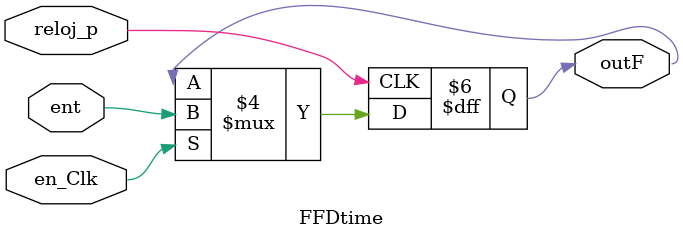
<source format=v>
`timescale 1ns / 1ps

module FFDtime(
    input reloj_p, 
    input en_Clk,
    input ent,
    output reg outF=0
    );
    
    always @ (posedge reloj_p) begin
    if (en_Clk==1)
        outF <= ent;   
    end
    
endmodule

</source>
